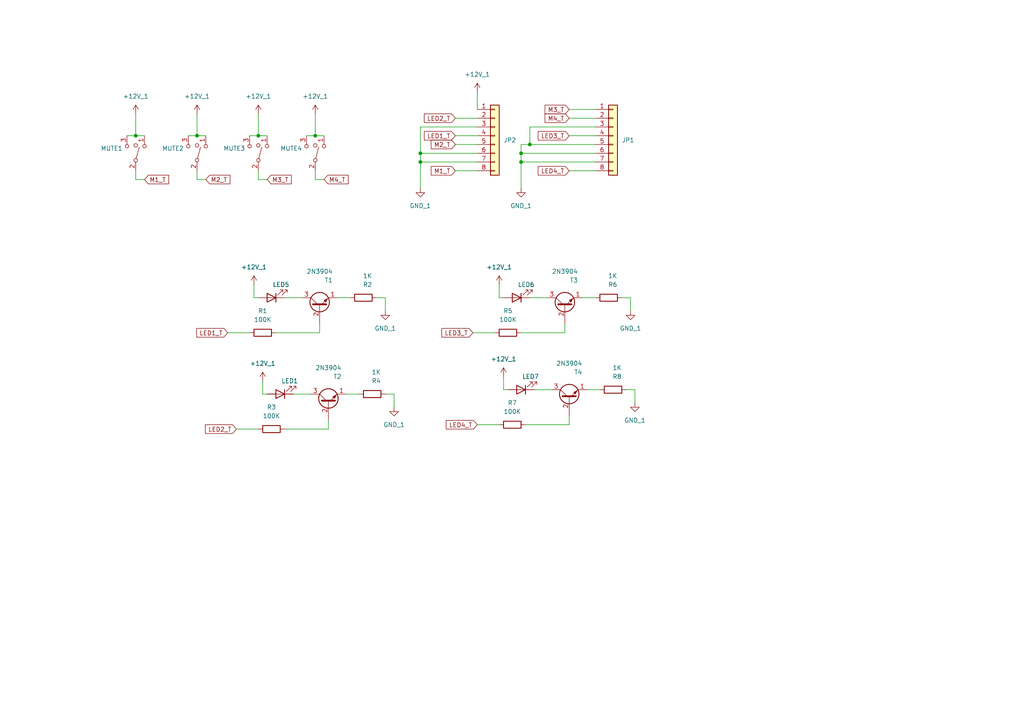
<source format=kicad_sch>
(kicad_sch (version 20250114) (generator "eeschema") (generator_version "9.0")
  (paper "A4")
  (lib_symbols
    (symbol "AO_symbols:+12V_1" (power) (pin_names (offset 0))
      (property "Value" "+12V_1" (at 0 3.556 0))
      (symbol "+12V_1_0_1"
        (polyline (pts (xy -0.762 1.27) (xy 0 2.54)))
        (polyline (pts (xy 0 2.54) (xy 0.762 1.27)))
        (polyline (pts (xy 0 0) (xy 0 2.54)))
      )
      (symbol "+12V_1_1_1"
        (pin power_in line (at 0 0 90) (length 0) (hide yes) (name "+12V_1") (number "1"))
      )
    )
    (symbol "AO_symbols:2N3904" (pin_names (offset 0) (hide yes))
      (property "Reference" "Q" (at 5.08 1.905 0))
      (property "Value" "2N3904" (at 5.08 0 0))
      (symbol "2N3904_0_1"
        (polyline (pts (xy 0.635 1.905) (xy 0.635 -1.905) (xy 0.635 -1.905)) (stroke (width 0.508)))
        (polyline (pts (xy 0.635 0.635) (xy 2.54 2.54)))
        (polyline (pts (xy 0.635 -0.635) (xy 2.54 -2.54) (xy 2.54 -2.54)))
        (circle (center 1.27 0) (radius 2.8194) (stroke (width 0.254)))
        (polyline (pts (xy 1.27 -1.778) (xy 1.778 -1.27) (xy 2.286 -2.286) (xy 1.27 -1.778) (xy 1.27 -1.778)) (fill (type outline)))
      )
      (symbol "2N3904_1_1"
        (pin passive line (at -5.08 0 0) (length 5.715) (name "B") (number "2"))
        (pin passive line (at 2.54 5.08 270) (length 2.54) (name "C") (number "3"))
        (pin passive line (at 2.54 -5.08 90) (length 2.54) (name "E") (number "1"))
      )
    )
    (symbol "AO_symbols:GND_1" (power) (pin_names (offset 0))
      (property "Value" "GND_1" (at 0 -3.81 0))
      (symbol "GND_1_0_1"
        (polyline (pts (xy 0 0) (xy 0 -1.27) (xy 1.27 -1.27) (xy 0 -2.54) (xy -1.27 -1.27) (xy 0 -1.27)))
      )
      (symbol "GND_1_1_1"
        (pin power_in line (at 0 0 270) (length 0) (hide yes) (name "GND_1") (number "1"))
      )
    )
    (symbol "AO_symbols:LED_red" (pin_numbers (hide yes)) (pin_names (offset 1.016) (hide yes))
      (property "Reference" "D" (at 0 2.54 0))
      (property "Value" "LED_red" (at 0 -2.54 0))
      (symbol "LED_red_0_1"
        (polyline (pts (xy -3.048 -0.762) (xy -4.572 -2.286) (xy -3.81 -2.286) (xy -4.572 -2.286) (xy -4.572 -1.524)))
        (polyline (pts (xy -1.778 -0.762) (xy -3.302 -2.286) (xy -2.54 -2.286) (xy -3.302 -2.286) (xy -3.302 -1.524)))
        (polyline (pts (xy -1.27 0) (xy 1.27 0)))
        (polyline (pts (xy -1.27 -1.27) (xy -1.27 1.27)) (stroke (width 0.254)))
        (polyline (pts (xy 1.27 -1.27) (xy 1.27 1.27) (xy -1.27 0) (xy 1.27 -1.27)) (stroke (width 0.254)))
      )
      (symbol "LED_red_1_1"
        (pin passive line (at -3.81 0 0) (length 2.54) (name "K") (number "1"))
        (pin passive line (at 3.81 0 180) (length 2.54) (name "A") (number "2"))
      )
    )
    (symbol "AO_symbols:SW_SPDT_MSM" (pin_names (offset 0) (hide yes))
      (property "Reference" "SW" (at 0 5.08 0))
      (property "Value" "SW_SPDT_MSM" (at 0 -5.08 0))
      (symbol "SW_SPDT_MSM_0_0"
        (circle (center -2.032 0) (radius 0.508))
        (polyline (pts (xy -1.524 0.127) (xy 1.778 1.016)))
        (circle (center 2.032 -2.54) (radius 0.508))
      )
      (symbol "SW_SPDT_MSM_0_1"
        (circle (center 2.032 2.54) (radius 0.508))
        (circle (center 2.286 0) (radius 0.508))
      )
      (symbol "SW_SPDT_MSM_1_1"
        (pin passive line (at -5.08 0 0) (length 2.54) (name "2") (number "2"))
        (pin passive line (at 5.08 2.54 180) (length 2.54) (name "1") (number "1"))
        (pin passive line (at 5.08 -2.54 180) (length 2.54) (name "3") (number "3"))
      )
    )
    (symbol "Conn_01x08_1" (pin_names (offset 1.016) (hide yes))
      (property "Reference" "JP100" (at 2.54 -1.2699 0))
      (symbol "Conn_01x08_1_1_1"
        (rectangle (start -1.27 8.89) (end 1.27 -11.43) (stroke (width 0.254)) (fill (type background)))
        (rectangle (start -1.27 7.747) (end 0 7.493) (stroke (width 0.1524)))
        (rectangle (start -1.27 5.207) (end 0 4.953) (stroke (width 0.1524)))
        (rectangle (start -1.27 2.667) (end 0 2.413) (stroke (width 0.1524)))
        (rectangle (start -1.27 0.127) (end 0 -0.127) (stroke (width 0.1524)))
        (rectangle (start -1.27 -2.413) (end 0 -2.667) (stroke (width 0.1524)))
        (rectangle (start -1.27 -4.953) (end 0 -5.207) (stroke (width 0.1524)))
        (rectangle (start -1.27 -7.493) (end 0 -7.747) (stroke (width 0.1524)))
        (rectangle (start -1.27 -10.033) (end 0 -10.287) (stroke (width 0.1524)))
        (pin power_out line (at -5.08 7.62 0) (length 3.81) (name "Pin_1") (number "1"))
        (pin passive line (at -5.08 5.08 0) (length 3.81) (name "Pin_2") (number "2"))
        (pin power_out line (at -5.08 2.54 0) (length 3.81) (name "Pin_3") (number "3"))
        (pin passive line (at -5.08 0 0) (length 3.81) (name "Pin_4") (number "4"))
        (pin passive line (at -5.08 -2.54 0) (length 3.81) (name "Pin_5") (number "5"))
        (pin passive line (at -5.08 -5.08 0) (length 3.81) (name "Pin_6") (number "6"))
        (pin passive line (at -5.08 -7.62 0) (length 3.81) (name "Pin_7") (number "7"))
        (pin passive line (at -5.08 -10.16 0) (length 3.81) (name "Pin_8") (number "8"))
      )
    )
    (symbol "Connector_Generic:Conn_01x08" (pin_names (offset 1.016) (hide yes))
      (property "Reference" "J" (at 0 10.16 0))
      (property "Value" "Conn_01x08" (at 0 -12.7 0))
      (symbol "Conn_01x08_1_1"
        (rectangle (start -1.27 8.89) (end 1.27 -11.43) (stroke (width 0.254)) (fill (type background)))
        (rectangle (start -1.27 7.747) (end 0 7.493) (stroke (width 0.1524)))
        (rectangle (start -1.27 5.207) (end 0 4.953) (stroke (width 0.1524)))
        (rectangle (start -1.27 2.667) (end 0 2.413) (stroke (width 0.1524)))
        (rectangle (start -1.27 0.127) (end 0 -0.127) (stroke (width 0.1524)))
        (rectangle (start -1.27 -2.413) (end 0 -2.667) (stroke (width 0.1524)))
        (rectangle (start -1.27 -4.953) (end 0 -5.207) (stroke (width 0.1524)))
        (rectangle (start -1.27 -7.493) (end 0 -7.747) (stroke (width 0.1524)))
        (rectangle (start -1.27 -10.033) (end 0 -10.287) (stroke (width 0.1524)))
        (pin passive line (at -5.08 7.62 0) (length 3.81) (name "Pin_1") (number "1"))
        (pin passive line (at -5.08 5.08 0) (length 3.81) (name "Pin_2") (number "2"))
        (pin passive line (at -5.08 2.54 0) (length 3.81) (name "Pin_3") (number "3"))
        (pin passive line (at -5.08 0 0) (length 3.81) (name "Pin_4") (number "4"))
        (pin passive line (at -5.08 -2.54 0) (length 3.81) (name "Pin_5") (number "5"))
        (pin passive line (at -5.08 -5.08 0) (length 3.81) (name "Pin_6") (number "6"))
        (pin passive line (at -5.08 -7.62 0) (length 3.81) (name "Pin_7") (number "7"))
        (pin passive line (at -5.08 -10.16 0) (length 3.81) (name "Pin_8") (number "8"))
      )
    )
    (symbol "Device:R" (pin_numbers (hide yes)) (pin_names (offset 0))
      (property "Reference" "R" (at 2.032 0 90))
      (property "Value" "R" (at 0 0 90))
      (symbol "R_0_1"
        (rectangle (start -1.016 -2.54) (end 1.016 2.54) (stroke (width 0.254)))
      )
      (symbol "R_1_1"
        (pin passive line (at 0 3.81 270) (length 1.27) (name "~") (number "1"))
        (pin passive line (at 0 -3.81 90) (length 1.27) (name "~") (number "2"))
      )
    )
  )
  (junction (at 151.13 46.99))
  (junction (at 151.13 44.45))
  (junction (at 39.37 39.37))
  (junction (at 121.92 46.99))
  (junction (at 91.44 39.37))
  (junction (at 74.93 39.37))
  (junction (at 153.67 41.91))
  (junction (at 57.15 39.37))
  (junction (at 121.92 44.45))
  (wire (pts (xy 132.08 41.91) (xy 138.43 41.91)))
  (wire (pts (xy 154.94 113.03) (xy 160.02 113.03)))
  (wire (pts (xy 151.13 46.99) (xy 172.72 46.99)))
  (wire (pts (xy 73.66 86.36) (xy 74.93 86.36)))
  (wire (pts (xy 151.13 44.45) (xy 151.13 46.99)))
  (wire (pts (xy 91.44 39.37) (xy 88.9 39.37)))
  (wire (pts (xy 39.37 52.07) (xy 41.91 52.07)))
  (wire (pts (xy 114.3 118.11) (xy 114.3 114.3)))
  (wire (pts (xy 153.67 36.83) (xy 172.72 36.83)))
  (wire (pts (xy 151.13 96.52) (xy 163.83 96.52)))
  (wire (pts (xy 121.92 44.45) (xy 121.92 46.99)))
  (wire (pts (xy 153.67 86.36) (xy 158.75 86.36)))
  (wire (pts (xy 95.25 121.92) (xy 95.25 124.46)))
  (wire (pts (xy 82.55 124.46) (xy 95.25 124.46)))
  (wire (pts (xy 165.1 34.29) (xy 172.72 34.29)))
  (wire (pts (xy 74.93 33.02) (xy 74.93 39.37)))
  (wire (pts (xy 92.71 93.98) (xy 92.71 96.52)))
  (wire (pts (xy 165.1 39.37) (xy 172.72 39.37)))
  (wire (pts (xy 73.66 82.55) (xy 73.66 86.36)))
  (wire (pts (xy 138.43 123.19) (xy 144.78 123.19)))
  (wire (pts (xy 114.3 114.3) (xy 111.76 114.3)))
  (wire (pts (xy 74.93 49.53) (xy 74.93 52.07)))
  (wire (pts (xy 57.15 52.07) (xy 59.69 52.07)))
  (wire (pts (xy 57.15 39.37) (xy 59.69 39.37)))
  (wire (pts (xy 165.1 31.75) (xy 172.72 31.75)))
  (wire (pts (xy 57.15 39.37) (xy 54.61 39.37)))
  (wire (pts (xy 85.09 114.3) (xy 90.17 114.3)))
  (wire (pts (xy 68.58 124.46) (xy 74.93 124.46)))
  (wire (pts (xy 91.44 49.53) (xy 91.44 52.07)))
  (wire (pts (xy 182.88 86.36) (xy 180.34 86.36)))
  (wire (pts (xy 100.33 114.3) (xy 104.14 114.3)))
  (wire (pts (xy 132.08 34.29) (xy 138.43 34.29)))
  (wire (pts (xy 170.18 113.03) (xy 173.99 113.03)))
  (wire (pts (xy 151.13 41.91) (xy 151.13 44.45)))
  (wire (pts (xy 163.83 93.98) (xy 163.83 96.52)))
  (wire (pts (xy 76.2 110.49) (xy 76.2 114.3)))
  (wire (pts (xy 74.93 39.37) (xy 77.47 39.37)))
  (wire (pts (xy 132.08 49.53) (xy 138.43 49.53)))
  (wire (pts (xy 138.43 44.45) (xy 121.92 44.45)))
  (wire (pts (xy 151.13 41.91) (xy 153.67 41.91)))
  (wire (pts (xy 146.05 113.03) (xy 147.32 113.03)))
  (wire (pts (xy 153.67 36.83) (xy 153.67 41.91)))
  (wire (pts (xy 151.13 44.45) (xy 172.72 44.45)))
  (wire (pts (xy 57.15 49.53) (xy 57.15 52.07)))
  (wire (pts (xy 74.93 52.07) (xy 77.47 52.07)))
  (wire (pts (xy 146.05 109.22) (xy 146.05 113.03)))
  (wire (pts (xy 152.4 123.19) (xy 165.1 123.19)))
  (wire (pts (xy 137.16 96.52) (xy 143.51 96.52)))
  (wire (pts (xy 121.92 36.83) (xy 121.92 44.45)))
  (wire (pts (xy 82.55 86.36) (xy 87.63 86.36)))
  (wire (pts (xy 111.76 90.17) (xy 111.76 86.36)))
  (wire (pts (xy 111.76 86.36) (xy 109.22 86.36)))
  (wire (pts (xy 184.15 116.84) (xy 184.15 113.03)))
  (wire (pts (xy 91.44 33.02) (xy 91.44 39.37)))
  (wire (pts (xy 39.37 39.37) (xy 36.83 39.37)))
  (wire (pts (xy 168.91 86.36) (xy 172.72 86.36)))
  (wire (pts (xy 153.67 41.91) (xy 172.72 41.91)))
  (wire (pts (xy 165.1 120.65) (xy 165.1 123.19)))
  (wire (pts (xy 121.92 46.99) (xy 138.43 46.99)))
  (wire (pts (xy 138.43 36.83) (xy 121.92 36.83)))
  (wire (pts (xy 39.37 39.37) (xy 41.91 39.37)))
  (wire (pts (xy 57.15 33.02) (xy 57.15 39.37)))
  (wire (pts (xy 182.88 90.17) (xy 182.88 86.36)))
  (wire (pts (xy 121.92 46.99) (xy 121.92 54.61)))
  (wire (pts (xy 66.04 96.52) (xy 72.39 96.52)))
  (wire (pts (xy 91.44 52.07) (xy 93.98 52.07)))
  (wire (pts (xy 39.37 49.53) (xy 39.37 52.07)))
  (wire (pts (xy 165.1 49.53) (xy 172.72 49.53)))
  (wire (pts (xy 97.79 86.36) (xy 101.6 86.36)))
  (wire (pts (xy 74.93 39.37) (xy 72.39 39.37)))
  (wire (pts (xy 91.44 39.37) (xy 93.98 39.37)))
  (wire (pts (xy 80.01 96.52) (xy 92.71 96.52)))
  (wire (pts (xy 76.2 114.3) (xy 77.47 114.3)))
  (wire (pts (xy 151.13 46.99) (xy 151.13 54.61)))
  (wire (pts (xy 144.78 82.55) (xy 144.78 86.36)))
  (wire (pts (xy 132.08 39.37) (xy 138.43 39.37)))
  (wire (pts (xy 144.78 86.36) (xy 146.05 86.36)))
  (wire (pts (xy 138.43 26.67) (xy 138.43 31.75)))
  (wire (pts (xy 184.15 113.03) (xy 181.61 113.03)))
  (wire (pts (xy 39.37 33.02) (xy 39.37 39.37)))
  (global_label "LED3_T" (shape input) (at 137.16 96.52 180) (property "Intersheetrefs" "${INTERSHEET_REFS}" (effects (hide yes))))
  (global_label "M1_T" (shape input) (at 41.91 52.07 0) (property "Intersheetrefs" "${INTERSHEET_REFS}" (effects (hide yes))))
  (global_label "M3_T" (shape input) (at 77.47 52.07 0) (property "Intersheetrefs" "${INTERSHEET_REFS}" (effects (hide yes))))
  (global_label "LED3_T" (shape input) (at 165.1 39.37 180) (property "Intersheetrefs" "${INTERSHEET_REFS}" (effects (hide yes))))
  (global_label "M1_T" (shape input) (at 132.08 49.53 180) (property "Intersheetrefs" "${INTERSHEET_REFS}" (effects (hide yes))))
  (global_label "M4_T" (shape input) (at 165.1 34.29 180) (property "Intersheetrefs" "${INTERSHEET_REFS}" (effects (hide yes))))
  (global_label "LED4_T" (shape input) (at 138.43 123.19 180) (property "Intersheetrefs" "${INTERSHEET_REFS}" (effects (hide yes))))
  (global_label "LED2_T" (shape input) (at 68.58 124.46 180) (property "Intersheetrefs" "${INTERSHEET_REFS}" (effects (hide yes))))
  (global_label "M2_T" (shape input) (at 59.69 52.07 0) (property "Intersheetrefs" "${INTERSHEET_REFS}" (effects (hide yes))))
  (global_label "LED4_T" (shape input) (at 165.1 49.53 180) (property "Intersheetrefs" "${INTERSHEET_REFS}" (effects (hide yes))))
  (global_label "M2_T" (shape input) (at 132.08 41.91 180) (property "Intersheetrefs" "${INTERSHEET_REFS}" (effects (hide yes))))
  (global_label "M4_T" (shape input) (at 93.98 52.07 0) (property "Intersheetrefs" "${INTERSHEET_REFS}" (effects (hide yes))))
  (global_label "M3_T" (shape input) (at 165.1 31.75 180) (property "Intersheetrefs" "${INTERSHEET_REFS}" (effects (hide yes))))
  (global_label "LED1_T" (shape input) (at 132.08 39.37 180) (property "Intersheetrefs" "${INTERSHEET_REFS}" (effects (hide yes))))
  (global_label "LED2_T" (shape input) (at 132.08 34.29 180) (property "Intersheetrefs" "${INTERSHEET_REFS}" (effects (hide yes))))
  (global_label "LED1_T" (shape input) (at 66.04 96.52 180) (property "Intersheetrefs" "${INTERSHEET_REFS}" (effects (hide yes))))
  (symbol (lib_name "Conn_01x08_1") (lib_id "Connector_Generic:Conn_01x08") (at 143.51 39.37 0) (unit 1)
    (property "Reference" "JP2" (at 146.05 40.6399 0) (effects (justify left)))
    (property "Value" "Conn_01x08_MountingPin" (effects (hide yes)))
    (property "Footprint" "AO_tht:PinHeader_1x08_P2.54mm_Vertical" (effects (hide yes)))
    (property "Description" "Generic connector, single row, 01x08, script generated (kicad-library-utils/schlib/autogen/connector/)" (effects (hide yes)))
  )
  (symbol (lib_id "AO_symbols:GND_1") (at 111.76 90.17 0) (unit 1)
    (property "Reference" "#PWR09" (effects (hide yes)))
    (property "Value" "GND_1" (at 111.76 95.25 0))
    (property "Description" "Power symbol creates a global label with name \"GND_1\" , ground" (effects (hide yes)))
  )
  (symbol (lib_id "AO_symbols:+12V_1") (at 57.15 33.02 0) (unit 1)
    (property "Reference" "#PWR04" (effects (hide yes)))
    (property "Value" "+12V_1" (at 57.15 27.94 0))
    (property "Description" "Power symbol creates a global label with name \"+12V_1\"" (effects (hide yes)))
  )
  (symbol (lib_id "AO_symbols:+12V_1") (at 144.78 82.55 0) (unit 1)
    (property "Reference" "#PWR012" (effects (hide yes)))
    (property "Value" "+12V_1" (at 144.78 77.47 0))
    (property "Description" "Power symbol creates a global label with name \"+12V_1\"" (effects (hide yes)))
  )
  (symbol (lib_id "AO_symbols:2N3904") (at 163.83 88.9 90) (unit 1)
    (property "Reference" "T3" (at 167.64 81.2801 90) (effects (justify left)))
    (property "Value" "2N3904" (at 167.64 78.7401 90) (effects (justify left)))
    (property "Footprint" "AO_tht:TO-92_Inline_Wide" (effects (hide yes)))
    (property "Description" "Small Signal NPN Transistor, TO-92" (effects (hide yes)))
    (property "Vendor" "Tayda" (effects (hide yes)))
    (property "SKU" "A-111" (effects (hide yes)))
  )
  (symbol (lib_id "AO_symbols:2N3904") (at 92.71 88.9 90) (unit 1)
    (property "Reference" "T1" (at 96.52 81.2801 90) (effects (justify left)))
    (property "Value" "2N3904" (at 96.52 78.7401 90) (effects (justify left)))
    (property "Footprint" "AO_tht:TO-92_Inline_Wide" (effects (hide yes)))
    (property "Description" "Small Signal NPN Transistor, TO-92" (effects (hide yes)))
    (property "Vendor" "Tayda" (effects (hide yes)))
    (property "SKU" "A-111" (effects (hide yes)))
  )
  (symbol (lib_id "AO_symbols:2N3904") (at 165.1 115.57 90) (unit 1)
    (property "Reference" "T4" (at 168.91 107.9501 90) (effects (justify left)))
    (property "Value" "2N3904" (at 168.91 105.4101 90) (effects (justify left)))
    (property "Footprint" "AO_tht:TO-92_Inline_Wide" (effects (hide yes)))
    (property "Description" "Small Signal NPN Transistor, TO-92" (effects (hide yes)))
    (property "Vendor" "Tayda" (effects (hide yes)))
    (property "SKU" "A-111" (effects (hide yes)))
  )
  (symbol (lib_id "AO_symbols:SW_SPDT_MSM") (at 74.93 44.45 270) (mirror x) (unit 1)
    (property "Reference" "MUTE3" (at 71.12 43.0529 90) (effects (justify right)))
    (property "Value" "SW_SPDT_MSM" (effects (hide yes)))
    (property "Footprint" "AO_tht:SPDT-toggle-switch-1M-series" (effects (hide yes)))
    (property "Description" "Switch, single pole double throw, center OFF position" (effects (hide yes)))
    (property "Vendor" "Tayda" (effects (hide yes)))
    (property "SKU" "A-3187" (effects (hide yes)))
  )
  (symbol (lib_id "AO_symbols:+12V_1") (at 74.93 33.02 0) (unit 1)
    (property "Reference" "#PWR05" (effects (hide yes)))
    (property "Value" "+12V_1" (at 74.93 27.94 0))
    (property "Description" "Power symbol creates a global label with name \"+12V_1\"" (effects (hide yes)))
  )
  (symbol (lib_id "AO_symbols:SW_SPDT_MSM") (at 57.15 44.45 270) (mirror x) (unit 1)
    (property "Reference" "MUTE2" (at 53.34 43.0529 90) (effects (justify right)))
    (property "Value" "SW_SPDT_MSM" (effects (hide yes)))
    (property "Footprint" "AO_tht:SPDT-toggle-switch-1M-series" (effects (hide yes)))
    (property "Description" "Switch, single pole double throw, center OFF position" (effects (hide yes)))
    (property "Vendor" "Tayda" (effects (hide yes)))
    (property "SKU" "A-3187" (effects (hide yes)))
  )
  (symbol (lib_id "AO_symbols:+12V_1") (at 138.43 26.67 0) (unit 1)
    (property "Reference" "#PWR01" (effects (hide yes)))
    (property "Value" "+12V_1" (at 138.43 21.59 0))
    (property "Description" "Power symbol creates a global label with name \"+12V_1\"" (effects (hide yes)))
  )
  (symbol (lib_id "AO_symbols:LED_red") (at 81.28 114.3 180) (unit 1)
    (property "Reference" "LED1" (at 81.5974 110.49 0) (effects (justify right)))
    (property "Value" "LED_red" (effects (hide yes)))
    (property "Footprint" "AO_tht:LED_D5.0mm" (effects (hide yes)))
    (property "Description" "Light emitting diode" (effects (hide yes)))
    (property "Vendor" "Tayda" (effects (hide yes)))
    (property "SKU" "A-1554" (effects (hide yes)))
  )
  (symbol (lib_id "AO_symbols:+12V_1") (at 76.2 110.49 0) (unit 1)
    (property "Reference" "#PWR010" (effects (hide yes)))
    (property "Value" "+12V_1" (at 76.2 105.41 0))
    (property "Description" "Power symbol creates a global label with name \"+12V_1\"" (effects (hide yes)))
  )
  (symbol (lib_id "AO_symbols:GND_1") (at 121.92 54.61 0) (unit 1)
    (property "Reference" "#PWR03" (effects (hide yes)))
    (property "Value" "GND_1" (at 121.92 59.69 0))
    (property "Description" "Power symbol creates a global label with name \"GND_1\" , ground" (effects (hide yes)))
  )
  (symbol (lib_id "Device:R") (at 176.53 86.36 90) (unit 1)
    (property "Reference" "R6" (at 179.07 82.5501 90) (effects (justify left)))
    (property "Value" "1K" (at 179.07 80.0101 90) (effects (justify left)))
    (property "Footprint" "AO_tht:R_Axial_DIN0207_L6.3mm_D2.5mm_P10.16mm_Horizontal" (effects (hide yes)))
    (property "Description" "Resistor" (effects (hide yes)))
  )
  (symbol (lib_id "Device:R") (at 105.41 86.36 90) (unit 1)
    (property "Reference" "R2" (at 107.95 82.5501 90) (effects (justify left)))
    (property "Value" "1K" (at 107.95 80.0101 90) (effects (justify left)))
    (property "Footprint" "AO_tht:R_Axial_DIN0207_L6.3mm_D2.5mm_P10.16mm_Horizontal" (effects (hide yes)))
    (property "Description" "Resistor" (effects (hide yes)))
  )
  (symbol (lib_id "AO_symbols:2N3904") (at 95.25 116.84 90) (unit 1)
    (property "Reference" "T2" (at 99.06 109.2201 90) (effects (justify left)))
    (property "Value" "2N3904" (at 99.06 106.6801 90) (effects (justify left)))
    (property "Footprint" "AO_tht:TO-92_Inline_Wide" (effects (hide yes)))
    (property "Description" "Small Signal NPN Transistor, TO-92" (effects (hide yes)))
    (property "Vendor" "Tayda" (effects (hide yes)))
    (property "SKU" "A-111" (effects (hide yes)))
  )
  (symbol (lib_id "AO_symbols:+12V_1") (at 146.05 109.22 0) (unit 1)
    (property "Reference" "#PWR014" (effects (hide yes)))
    (property "Value" "+12V_1" (at 146.05 104.14 0))
    (property "Description" "Power symbol creates a global label with name \"+12V_1\"" (effects (hide yes)))
  )
  (symbol (lib_id "Device:R") (at 76.2 96.52 90) (unit 1)
    (property "Reference" "R1" (at 76.2 90.17 90))
    (property "Value" "100K" (at 76.2 92.71 90))
    (property "Footprint" "AO_tht:R_Axial_DIN0207_L6.3mm_D2.5mm_P10.16mm_Horizontal" (effects (hide yes)))
    (property "Description" "Resistor" (effects (hide yes)))
  )
  (symbol (lib_id "AO_symbols:+12V_1") (at 91.44 33.02 0) (unit 1)
    (property "Reference" "#PWR06" (effects (hide yes)))
    (property "Value" "+12V_1" (at 91.44 27.94 0))
    (property "Description" "Power symbol creates a global label with name \"+12V_1\"" (effects (hide yes)))
  )
  (symbol (lib_id "AO_symbols:+12V_1") (at 39.37 33.02 0) (unit 1)
    (property "Reference" "#PWR02" (effects (hide yes)))
    (property "Value" "+12V_1" (at 39.37 27.94 0))
    (property "Description" "Power symbol creates a global label with name \"+12V_1\"" (effects (hide yes)))
  )
  (symbol (lib_id "AO_symbols:LED_red") (at 149.86 86.36 180) (unit 1)
    (property "Reference" "LED6" (at 150.1774 82.55 0) (effects (justify right)))
    (property "Value" "LED_red" (effects (hide yes)))
    (property "Footprint" "AO_tht:LED_D5.0mm" (effects (hide yes)))
    (property "Description" "Light emitting diode" (effects (hide yes)))
    (property "Vendor" "Tayda" (effects (hide yes)))
    (property "SKU" "A-1554" (effects (hide yes)))
  )
  (symbol (lib_id "AO_symbols:GND_1") (at 114.3 118.11 0) (unit 1)
    (property "Reference" "#PWR011" (effects (hide yes)))
    (property "Value" "GND_1" (at 114.3 123.19 0))
    (property "Description" "Power symbol creates a global label with name \"GND_1\" , ground" (effects (hide yes)))
  )
  (symbol (lib_id "AO_symbols:LED_red") (at 78.74 86.36 180) (unit 1)
    (property "Reference" "LED5" (at 79.0574 82.55 0) (effects (justify right)))
    (property "Value" "LED_red" (effects (hide yes)))
    (property "Footprint" "AO_tht:LED_D5.0mm" (effects (hide yes)))
    (property "Description" "Light emitting diode" (effects (hide yes)))
    (property "Vendor" "Tayda" (effects (hide yes)))
    (property "SKU" "A-1554" (effects (hide yes)))
  )
  (symbol (lib_id "AO_symbols:GND_1") (at 182.88 90.17 0) (unit 1)
    (property "Reference" "#PWR013" (effects (hide yes)))
    (property "Value" "GND_1" (at 182.88 95.25 0))
    (property "Description" "Power symbol creates a global label with name \"GND_1\" , ground" (effects (hide yes)))
  )
  (symbol (lib_id "Device:R") (at 107.95 114.3 90) (unit 1)
    (property "Reference" "R4" (at 110.49 110.4901 90) (effects (justify left)))
    (property "Value" "1K" (at 110.49 107.9501 90) (effects (justify left)))
    (property "Footprint" "AO_tht:R_Axial_DIN0207_L6.3mm_D2.5mm_P10.16mm_Horizontal" (effects (hide yes)))
    (property "Description" "Resistor" (effects (hide yes)))
  )
  (symbol (lib_id "AO_symbols:SW_SPDT_MSM") (at 39.37 44.45 270) (mirror x) (unit 1)
    (property "Reference" "MUTE1" (at 35.56 43.0529 90) (effects (justify right)))
    (property "Value" "SW_SPDT_MSM" (effects (hide yes)))
    (property "Footprint" "AO_tht:SPDT-toggle-switch-1M-series" (effects (hide yes)))
    (property "Description" "Switch, single pole double throw, center OFF position" (effects (hide yes)))
    (property "Vendor" "Tayda" (effects (hide yes)))
    (property "SKU" "A-3187" (effects (hide yes)))
  )
  (symbol (lib_id "AO_symbols:SW_SPDT_MSM") (at 91.44 44.45 270) (mirror x) (unit 1)
    (property "Reference" "MUTE4" (at 87.63 43.0529 90) (effects (justify right)))
    (property "Value" "SW_SPDT_MSM" (effects (hide yes)))
    (property "Footprint" "AO_tht:SPDT-toggle-switch-1M-series" (effects (hide yes)))
    (property "Description" "Switch, single pole double throw, center OFF position" (effects (hide yes)))
    (property "Vendor" "Tayda" (effects (hide yes)))
    (property "SKU" "A-3187" (effects (hide yes)))
  )
  (symbol (lib_id "AO_symbols:GND_1") (at 151.13 54.61 0) (unit 1)
    (property "Reference" "#PWR07" (effects (hide yes)))
    (property "Value" "GND_1" (at 151.13 59.69 0))
    (property "Description" "Power symbol creates a global label with name \"GND_1\" , ground" (effects (hide yes)))
  )
  (symbol (lib_id "Device:R") (at 78.74 124.46 90) (unit 1)
    (property "Reference" "R3" (at 78.74 118.11 90))
    (property "Value" "100K" (at 78.74 120.65 90))
    (property "Footprint" "AO_tht:R_Axial_DIN0207_L6.3mm_D2.5mm_P10.16mm_Horizontal" (effects (hide yes)))
    (property "Description" "Resistor" (effects (hide yes)))
  )
  (symbol (lib_id "AO_symbols:+12V_1") (at 73.66 82.55 0) (unit 1)
    (property "Reference" "#PWR08" (effects (hide yes)))
    (property "Value" "+12V_1" (at 73.66 77.47 0))
    (property "Description" "Power symbol creates a global label with name \"+12V_1\"" (effects (hide yes)))
  )
  (symbol (lib_id "Device:R") (at 148.59 123.19 90) (unit 1)
    (property "Reference" "R7" (at 148.59 116.84 90))
    (property "Value" "100K" (at 148.59 119.38 90))
    (property "Footprint" "AO_tht:R_Axial_DIN0207_L6.3mm_D2.5mm_P10.16mm_Horizontal" (effects (hide yes)))
    (property "Description" "Resistor" (effects (hide yes)))
  )
  (symbol (lib_id "Device:R") (at 177.8 113.03 90) (unit 1)
    (property "Reference" "R8" (at 180.34 109.2201 90) (effects (justify left)))
    (property "Value" "1K" (at 180.34 106.6801 90) (effects (justify left)))
    (property "Footprint" "AO_tht:R_Axial_DIN0207_L6.3mm_D2.5mm_P10.16mm_Horizontal" (effects (hide yes)))
    (property "Description" "Resistor" (effects (hide yes)))
  )
  (symbol (lib_id "Device:R") (at 147.32 96.52 90) (unit 1)
    (property "Reference" "R5" (at 147.32 90.17 90))
    (property "Value" "100K" (at 147.32 92.71 90))
    (property "Footprint" "AO_tht:R_Axial_DIN0207_L6.3mm_D2.5mm_P10.16mm_Horizontal" (effects (hide yes)))
    (property "Description" "Resistor" (effects (hide yes)))
  )
  (symbol (lib_id "AO_symbols:LED_red") (at 151.13 113.03 180) (unit 1)
    (property "Reference" "LED7" (at 151.4474 109.22 0) (effects (justify right)))
    (property "Value" "LED_red" (effects (hide yes)))
    (property "Footprint" "AO_tht:LED_D5.0mm" (effects (hide yes)))
    (property "Description" "Light emitting diode" (effects (hide yes)))
    (property "Vendor" "Tayda" (effects (hide yes)))
    (property "SKU" "A-1554" (effects (hide yes)))
  )
  (symbol (lib_id "Connector_Generic:Conn_01x08") (at 177.8 39.37 0) (unit 1)
    (property "Reference" "JP1" (at 180.34 40.6399 0) (effects (justify left)))
    (property "Value" "Conn_01x08_MountingPin" (effects (hide yes)))
    (property "Footprint" "AO_tht:PinHeader_1x08_P2.54mm_Vertical" (effects (hide yes)))
    (property "Description" "Generic connector, single row, 01x08, script generated (kicad-library-utils/schlib/autogen/connector/)" (effects (hide yes)))
  )
  (symbol (lib_id "AO_symbols:GND_1") (at 184.15 116.84 0) (unit 1)
    (property "Reference" "#PWR024" (effects (hide yes)))
    (property "Value" "GND_1" (at 184.15 121.92 0))
    (property "Description" "Power symbol creates a global label with name \"GND_1\" , ground" (effects (hide yes)))
  )
)
</source>
